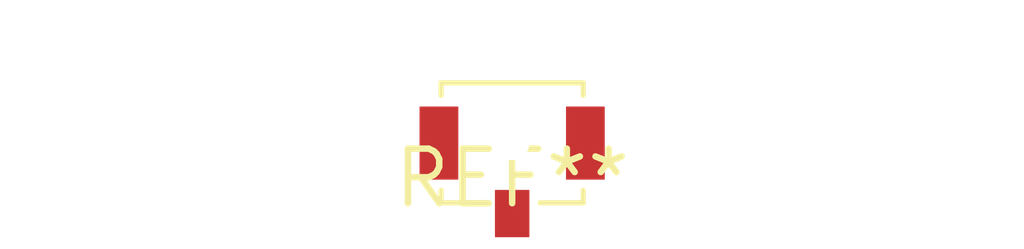
<source format=kicad_pcb>
(kicad_pcb (version 20240108) (generator pcbnew)
  (layers (0 "F.Cu" signal) (31 "B.Cu" signal) (34 "B.Paste" user) (35 "F.Paste" user) (36 "B.SilkS" user "B.Silkscreen") (37 "F.SilkS" user "F.Silkscreen") (38 "B.Mask" user) (39 "F.Mask" user) (44 "Edge.Cuts" user))
  (net 0 "")
  (footprint "SW_SPST_B3U-1100P-B" (layer "F.Cu") (at 0 0)
    (property "Reference" "REF**")
    (property "Value" "SW_SPST_B3U-1100P-B")
    (fp_line (start -1.65 -2.22) (end 1.65 -2.22) (layer "F.SilkS") (stroke (width 0.12)))
    (fp_line (start -1.65 -1.93) (end -1.65 -2.22) (layer "F.SilkS") (stroke (width 0.12)))
    (fp_line (start -1.65 0.28) (end -1.65 0.57) (layer "F.SilkS") (stroke (width 0.12)))
    (fp_line (start -1.65 0.57) (end -0.65 0.57) (layer "F.SilkS") (stroke (width 0.12)))
    (fp_line (start 1.65 -2.22) (end 1.65 -1.93) (layer "F.SilkS") (stroke (width 0.12)))
    (fp_line (start 1.65 0.57) (end 0.65 0.57) (layer "F.SilkS") (stroke (width 0.12)))
    (fp_line (start 1.65 0.57) (end 1.65 0.28) (layer "F.SilkS") (stroke (width 0.12)))
    (pad "" np_thru_hole circle (at 0 -0.82) (size 0.8 0.8) (drill 0.8) (layers *.Cu *.Mask))
    (pad "1" smd rect (at -1.7 -0.82) (size 0.9 1.7) (layers "F.Cu" "F.Paste" "F.Mask"))
    (pad "2" smd rect (at 1.7 -0.82) (size 0.9 1.7) (layers "F.Cu" "F.Paste" "F.Mask"))
    (pad "3" smd rect (at 0 0.82) (size 0.8 1.1) (layers "F.Cu" "F.Paste" "F.Mask"))
  )
)
</source>
